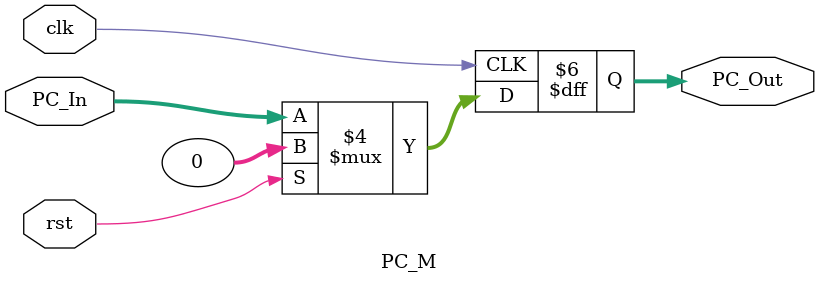
<source format=sv>
module PC_M (
		input logic clk,rst,
		input logic [31:0] PC_In,
		output logic [31:0] PC_Out);
	
	always_ff @ (posedge clk)begin
		if(rst==1)begin
		PC_Out<='0;
		end
		else
		PC_Out <= PC_In;
		end
endmodule

	


</source>
